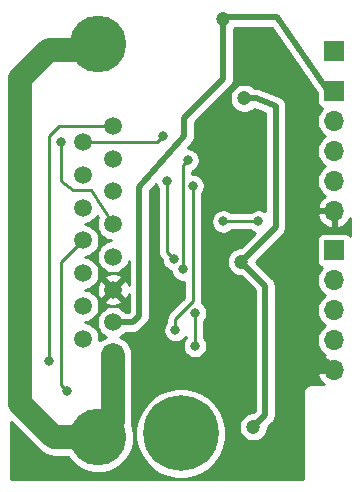
<source format=gbr>
G04 #@! TF.GenerationSoftware,KiCad,Pcbnew,(5.1.5-0-10_14)*
G04 #@! TF.CreationDate,2020-04-14T14:00:02+01:00*
G04 #@! TF.ProjectId,RS422,52533432-322e-46b6-9963-61645f706362,rev?*
G04 #@! TF.SameCoordinates,Original*
G04 #@! TF.FileFunction,Copper,L2,Bot*
G04 #@! TF.FilePolarity,Positive*
%FSLAX46Y46*%
G04 Gerber Fmt 4.6, Leading zero omitted, Abs format (unit mm)*
G04 Created by KiCad (PCBNEW (5.1.5-0-10_14)) date 2020-04-14 14:00:02*
%MOMM*%
%LPD*%
G04 APERTURE LIST*
%ADD10C,6.400000*%
%ADD11R,1.700000X1.700000*%
%ADD12R,1.500000X1.500000*%
%ADD13C,1.500000*%
%ADD14C,4.800000*%
%ADD15O,1.700000X1.700000*%
%ADD16C,1.200000*%
%ADD17C,0.800000*%
%ADD18C,1.000000*%
%ADD19C,0.500000*%
%ADD20C,2.000000*%
%ADD21C,0.250000*%
%ADD22C,0.254000*%
G04 APERTURE END LIST*
D10*
X121620000Y-97580000D03*
D11*
X134620000Y-65240000D03*
D12*
X115890000Y-90935000D03*
D13*
X115890000Y-88165000D03*
X115890000Y-85395000D03*
X115890000Y-82625000D03*
X115890000Y-79855000D03*
X115890000Y-77085000D03*
X115890000Y-74315000D03*
X115890000Y-71545000D03*
X113350000Y-89550000D03*
X113350000Y-86780000D03*
X113350000Y-84010000D03*
X113350000Y-81240000D03*
X113350000Y-78470000D03*
X113350000Y-75700000D03*
X113350000Y-72930000D03*
D14*
X114620000Y-64580000D03*
X114620000Y-97900000D03*
D15*
X134620000Y-78740000D03*
X134620000Y-76200000D03*
X134620000Y-73660000D03*
X134620000Y-71120000D03*
D11*
X134620000Y-68580000D03*
D15*
X134620000Y-92240000D03*
X134620000Y-89700000D03*
X134620000Y-87160000D03*
X134620000Y-84620000D03*
D11*
X134620000Y-82080000D03*
D16*
X132080000Y-88900000D03*
X132080000Y-81280000D03*
X121158000Y-92456000D03*
X120638971Y-86217329D03*
X128270000Y-65024000D03*
X132081010Y-74040000D03*
X125222000Y-62484000D03*
D17*
X121031000Y-82804000D03*
X120484745Y-76171747D03*
X111506000Y-72898000D03*
X110490000Y-91440000D03*
X121168642Y-88840589D03*
X122627938Y-76610412D03*
X122809000Y-90170000D03*
X122809000Y-87376000D03*
X112014000Y-93980000D03*
X125222000Y-79629000D03*
X128191692Y-79629000D03*
X121793000Y-83693000D03*
X120142000Y-72390000D03*
X122204246Y-74452246D03*
D16*
X127762000Y-97028000D03*
X126762000Y-83042000D03*
X127000000Y-69215000D03*
D18*
X132080000Y-81280000D02*
X132080000Y-88900000D01*
X132080000Y-90570000D02*
X134620000Y-92240000D01*
X132080000Y-88900000D02*
X132080000Y-90570000D01*
D19*
X121158000Y-92456000D02*
X119868640Y-91166640D01*
X119868640Y-86987660D02*
X120638971Y-86217329D01*
X119868640Y-91166640D02*
X119868640Y-86987660D01*
D18*
X128270000Y-65024000D02*
X132081010Y-68835010D01*
X132081010Y-68835010D02*
X132081010Y-74040000D01*
X132080000Y-81280000D02*
X132080000Y-74041010D01*
X132080000Y-74041010D02*
X132081010Y-74040000D01*
D19*
X117575000Y-88165000D02*
X118110000Y-87630000D01*
X121920000Y-72390000D02*
X121920000Y-70866000D01*
X118110000Y-76708000D02*
X121920000Y-72390000D01*
X118110000Y-87630000D02*
X118110000Y-76708000D01*
X115890000Y-88165000D02*
X117575000Y-88165000D01*
X125222000Y-67564000D02*
X121920000Y-70866000D01*
X125222000Y-62357000D02*
X125222000Y-67564000D01*
X129794000Y-62357000D02*
X125222000Y-62357000D01*
X134112000Y-68580000D02*
X129794000Y-62357000D01*
X134620000Y-68580000D02*
X134112000Y-68580000D01*
D20*
X108045010Y-95091010D02*
X110854000Y-97900000D01*
X108045010Y-67468990D02*
X108045010Y-95091010D01*
X110854000Y-97900000D02*
X114620000Y-97900000D01*
X110429000Y-65085000D02*
X108045010Y-67468990D01*
X114935000Y-65085000D02*
X110429000Y-65085000D01*
X115890000Y-96630000D02*
X114620000Y-97900000D01*
X115890000Y-90935000D02*
X115890000Y-96630000D01*
D21*
X121031000Y-82804000D02*
X120484745Y-82257745D01*
X120484745Y-76737432D02*
X120484745Y-76171747D01*
X120484745Y-82257745D02*
X120484745Y-76737432D01*
X111506000Y-76200000D02*
X111506000Y-72898000D01*
X112522000Y-76962000D02*
X111506000Y-76200000D01*
X114046000Y-76962000D02*
X112522000Y-76962000D01*
X114057660Y-76962000D02*
X112522000Y-76962000D01*
X114046000Y-76962000D02*
X114057660Y-76962000D01*
X115890000Y-79855000D02*
X114046000Y-76962000D01*
X110490000Y-72390000D02*
X111335000Y-71545000D01*
X111335000Y-71545000D02*
X115890000Y-71545000D01*
X110490000Y-91440000D02*
X110490000Y-72390000D01*
X122627938Y-77176097D02*
X122627938Y-76610412D01*
X122627938Y-86393649D02*
X122627938Y-77176097D01*
X121168642Y-88840589D02*
X121168642Y-87852945D01*
X121168642Y-87852945D02*
X122627938Y-86393649D01*
X122809000Y-90170000D02*
X122809000Y-87376000D01*
X113350000Y-81240000D02*
X111506000Y-83084000D01*
X111506000Y-83084000D02*
X111506000Y-93472000D01*
X111506000Y-93472000D02*
X112014000Y-93980000D01*
X125222000Y-79629000D02*
X128191692Y-79629000D01*
X119602000Y-72930000D02*
X120142000Y-72390000D01*
X113350000Y-72930000D02*
X119602000Y-72930000D01*
X121793000Y-74863492D02*
X121804247Y-74852245D01*
X121793000Y-83693000D02*
X121793000Y-74863492D01*
X121804247Y-74852245D02*
X122204246Y-74452246D01*
D19*
X128761999Y-96028001D02*
X128761999Y-85073999D01*
X127762000Y-97028000D02*
X128761999Y-96028001D01*
X128761999Y-85073999D02*
X126762000Y-83074000D01*
D21*
X126762000Y-83074000D02*
X126762000Y-83042000D01*
D19*
X129667000Y-69850000D02*
X128020000Y-69215000D01*
X129667000Y-80137000D02*
X129667000Y-69850000D01*
X126762000Y-83042000D02*
X129667000Y-80137000D01*
X128020000Y-69215000D02*
X127000000Y-69215000D01*
D22*
G36*
X133131928Y-68719954D02*
G01*
X133131928Y-69430000D01*
X133144188Y-69554482D01*
X133180498Y-69674180D01*
X133239463Y-69784494D01*
X133318815Y-69881185D01*
X133415506Y-69960537D01*
X133525820Y-70019502D01*
X133598380Y-70041513D01*
X133466525Y-70173368D01*
X133304010Y-70416589D01*
X133192068Y-70686842D01*
X133135000Y-70973740D01*
X133135000Y-71266260D01*
X133192068Y-71553158D01*
X133304010Y-71823411D01*
X133466525Y-72066632D01*
X133673368Y-72273475D01*
X133847760Y-72390000D01*
X133673368Y-72506525D01*
X133466525Y-72713368D01*
X133304010Y-72956589D01*
X133192068Y-73226842D01*
X133135000Y-73513740D01*
X133135000Y-73806260D01*
X133192068Y-74093158D01*
X133304010Y-74363411D01*
X133466525Y-74606632D01*
X133673368Y-74813475D01*
X133847760Y-74930000D01*
X133673368Y-75046525D01*
X133466525Y-75253368D01*
X133304010Y-75496589D01*
X133192068Y-75766842D01*
X133135000Y-76053740D01*
X133135000Y-76346260D01*
X133192068Y-76633158D01*
X133304010Y-76903411D01*
X133466525Y-77146632D01*
X133673368Y-77353475D01*
X133855534Y-77475195D01*
X133738645Y-77544822D01*
X133522412Y-77739731D01*
X133348359Y-77973080D01*
X133223175Y-78235901D01*
X133178524Y-78383110D01*
X133299845Y-78613000D01*
X134493000Y-78613000D01*
X134493000Y-78593000D01*
X134747000Y-78593000D01*
X134747000Y-78613000D01*
X134767000Y-78613000D01*
X134767000Y-78867000D01*
X134747000Y-78867000D01*
X134747000Y-80060814D01*
X134976891Y-80181481D01*
X135251252Y-80084157D01*
X135501355Y-79935178D01*
X135717588Y-79740269D01*
X135891641Y-79506920D01*
X135960000Y-79363401D01*
X135960000Y-80826112D01*
X135921185Y-80778815D01*
X135824494Y-80699463D01*
X135714180Y-80640498D01*
X135594482Y-80604188D01*
X135470000Y-80591928D01*
X133770000Y-80591928D01*
X133645518Y-80604188D01*
X133525820Y-80640498D01*
X133415506Y-80699463D01*
X133318815Y-80778815D01*
X133239463Y-80875506D01*
X133180498Y-80985820D01*
X133144188Y-81105518D01*
X133131928Y-81230000D01*
X133131928Y-82930000D01*
X133144188Y-83054482D01*
X133180498Y-83174180D01*
X133239463Y-83284494D01*
X133318815Y-83381185D01*
X133415506Y-83460537D01*
X133525820Y-83519502D01*
X133598380Y-83541513D01*
X133466525Y-83673368D01*
X133304010Y-83916589D01*
X133192068Y-84186842D01*
X133135000Y-84473740D01*
X133135000Y-84766260D01*
X133192068Y-85053158D01*
X133304010Y-85323411D01*
X133466525Y-85566632D01*
X133673368Y-85773475D01*
X133847760Y-85890000D01*
X133673368Y-86006525D01*
X133466525Y-86213368D01*
X133304010Y-86456589D01*
X133192068Y-86726842D01*
X133135000Y-87013740D01*
X133135000Y-87306260D01*
X133192068Y-87593158D01*
X133304010Y-87863411D01*
X133466525Y-88106632D01*
X133673368Y-88313475D01*
X133847760Y-88430000D01*
X133673368Y-88546525D01*
X133466525Y-88753368D01*
X133304010Y-88996589D01*
X133192068Y-89266842D01*
X133135000Y-89553740D01*
X133135000Y-89846260D01*
X133192068Y-90133158D01*
X133304010Y-90403411D01*
X133466525Y-90646632D01*
X133673368Y-90853475D01*
X133855534Y-90975195D01*
X133738645Y-91044822D01*
X133522412Y-91239731D01*
X133348359Y-91473080D01*
X133223175Y-91735901D01*
X133178524Y-91883110D01*
X133299845Y-92113000D01*
X134493000Y-92113000D01*
X134493000Y-92093000D01*
X134747000Y-92093000D01*
X134747000Y-92113000D01*
X134767000Y-92113000D01*
X134767000Y-92367000D01*
X134747000Y-92367000D01*
X134747000Y-92387000D01*
X134493000Y-92387000D01*
X134493000Y-92367000D01*
X133299845Y-92367000D01*
X133178524Y-92596890D01*
X133223175Y-92744099D01*
X133348359Y-93006920D01*
X133522412Y-93240269D01*
X133721806Y-93420000D01*
X132652419Y-93420000D01*
X132620000Y-93416807D01*
X132587581Y-93420000D01*
X132490617Y-93429550D01*
X132366207Y-93467290D01*
X132251550Y-93528575D01*
X132151052Y-93611052D01*
X132068575Y-93711550D01*
X132007290Y-93826207D01*
X131969550Y-93950617D01*
X131956807Y-94080000D01*
X131960000Y-94112418D01*
X131960001Y-101420000D01*
X107280000Y-101420000D01*
X107280000Y-96638238D01*
X109641080Y-98999319D01*
X109692286Y-99061714D01*
X109941248Y-99266031D01*
X110075167Y-99337612D01*
X110225285Y-99417852D01*
X110533483Y-99511343D01*
X110854000Y-99542911D01*
X110934322Y-99535000D01*
X112062309Y-99535000D01*
X112262562Y-99834700D01*
X112685300Y-100257438D01*
X113182388Y-100589582D01*
X113734723Y-100818367D01*
X114321079Y-100935000D01*
X114918921Y-100935000D01*
X115505277Y-100818367D01*
X116057612Y-100589582D01*
X116554700Y-100257438D01*
X116977438Y-99834700D01*
X117309582Y-99337612D01*
X117538367Y-98785277D01*
X117655000Y-98198921D01*
X117655000Y-97601079D01*
X117575676Y-97202285D01*
X117785000Y-97202285D01*
X117785000Y-97957715D01*
X117932377Y-98698628D01*
X118221467Y-99396554D01*
X118641161Y-100024670D01*
X119175330Y-100558839D01*
X119803446Y-100978533D01*
X120501372Y-101267623D01*
X121242285Y-101415000D01*
X121997715Y-101415000D01*
X122738628Y-101267623D01*
X123436554Y-100978533D01*
X124064670Y-100558839D01*
X124598839Y-100024670D01*
X125018533Y-99396554D01*
X125307623Y-98698628D01*
X125455000Y-97957715D01*
X125455000Y-97202285D01*
X125307623Y-96461372D01*
X125018533Y-95763446D01*
X124598839Y-95135330D01*
X124064670Y-94601161D01*
X123436554Y-94181467D01*
X122738628Y-93892377D01*
X121997715Y-93745000D01*
X121242285Y-93745000D01*
X120501372Y-93892377D01*
X119803446Y-94181467D01*
X119175330Y-94601161D01*
X118641161Y-95135330D01*
X118221467Y-95763446D01*
X117932377Y-96461372D01*
X117785000Y-97202285D01*
X117575676Y-97202285D01*
X117538367Y-97014723D01*
X117503346Y-96930176D01*
X117525000Y-96710322D01*
X117525000Y-96710320D01*
X117532911Y-96630001D01*
X117525000Y-96549681D01*
X117525000Y-90854678D01*
X117501343Y-90614484D01*
X117407852Y-90306285D01*
X117256031Y-90022248D01*
X117253131Y-90018714D01*
X117229502Y-89940820D01*
X117170537Y-89830506D01*
X117091185Y-89733815D01*
X116994494Y-89654463D01*
X116884180Y-89595498D01*
X116806284Y-89571869D01*
X116802751Y-89568969D01*
X116518714Y-89417148D01*
X116499960Y-89411459D01*
X116546043Y-89392371D01*
X116772886Y-89240799D01*
X116963685Y-89050000D01*
X117531531Y-89050000D01*
X117575000Y-89054281D01*
X117618469Y-89050000D01*
X117618477Y-89050000D01*
X117748490Y-89037195D01*
X117915313Y-88986589D01*
X118069059Y-88904411D01*
X118203817Y-88793817D01*
X118231534Y-88760044D01*
X118705045Y-88286533D01*
X118738817Y-88258817D01*
X118849411Y-88124059D01*
X118931589Y-87970313D01*
X118982195Y-87803490D01*
X118995000Y-87673477D01*
X118995000Y-87673467D01*
X118999281Y-87630001D01*
X118995000Y-87586535D01*
X118995000Y-77042622D01*
X119491921Y-76479444D01*
X119567540Y-76662003D01*
X119680808Y-76831521D01*
X119724746Y-76875459D01*
X119724745Y-82220422D01*
X119721069Y-82257745D01*
X119724745Y-82295067D01*
X119724745Y-82295077D01*
X119735742Y-82406730D01*
X119767600Y-82511753D01*
X119779199Y-82549991D01*
X119849771Y-82682021D01*
X119865911Y-82701687D01*
X119944744Y-82797746D01*
X119973747Y-82821548D01*
X119996000Y-82843801D01*
X119996000Y-82905939D01*
X120035774Y-83105898D01*
X120113795Y-83294256D01*
X120227063Y-83463774D01*
X120371226Y-83607937D01*
X120540744Y-83721205D01*
X120729102Y-83799226D01*
X120760078Y-83805388D01*
X120797774Y-83994898D01*
X120875795Y-84183256D01*
X120989063Y-84352774D01*
X121133226Y-84496937D01*
X121302744Y-84610205D01*
X121491102Y-84688226D01*
X121691061Y-84728000D01*
X121867938Y-84728000D01*
X121867938Y-86078847D01*
X120657640Y-87289146D01*
X120628642Y-87312944D01*
X120604844Y-87341942D01*
X120604843Y-87341943D01*
X120533668Y-87428669D01*
X120463096Y-87560699D01*
X120432822Y-87660503D01*
X120427546Y-87677898D01*
X120419640Y-87703960D01*
X120404966Y-87852945D01*
X120408643Y-87890277D01*
X120408643Y-88136877D01*
X120364705Y-88180815D01*
X120251437Y-88350333D01*
X120173416Y-88538691D01*
X120133642Y-88738650D01*
X120133642Y-88942528D01*
X120173416Y-89142487D01*
X120251437Y-89330845D01*
X120364705Y-89500363D01*
X120508868Y-89644526D01*
X120678386Y-89757794D01*
X120866744Y-89835815D01*
X121066703Y-89875589D01*
X121270581Y-89875589D01*
X121470540Y-89835815D01*
X121658898Y-89757794D01*
X121828416Y-89644526D01*
X121972579Y-89500363D01*
X122049000Y-89385990D01*
X122049000Y-89466289D01*
X122005063Y-89510226D01*
X121891795Y-89679744D01*
X121813774Y-89868102D01*
X121774000Y-90068061D01*
X121774000Y-90271939D01*
X121813774Y-90471898D01*
X121891795Y-90660256D01*
X122005063Y-90829774D01*
X122149226Y-90973937D01*
X122318744Y-91087205D01*
X122507102Y-91165226D01*
X122707061Y-91205000D01*
X122910939Y-91205000D01*
X123110898Y-91165226D01*
X123299256Y-91087205D01*
X123468774Y-90973937D01*
X123612937Y-90829774D01*
X123726205Y-90660256D01*
X123804226Y-90471898D01*
X123844000Y-90271939D01*
X123844000Y-90068061D01*
X123804226Y-89868102D01*
X123726205Y-89679744D01*
X123612937Y-89510226D01*
X123569000Y-89466289D01*
X123569000Y-88079711D01*
X123612937Y-88035774D01*
X123726205Y-87866256D01*
X123804226Y-87677898D01*
X123844000Y-87477939D01*
X123844000Y-87274061D01*
X123804226Y-87074102D01*
X123726205Y-86885744D01*
X123612937Y-86716226D01*
X123468774Y-86572063D01*
X123379892Y-86512674D01*
X123387938Y-86430982D01*
X123387938Y-86430973D01*
X123391614Y-86393650D01*
X123387938Y-86356327D01*
X123387938Y-79527061D01*
X124187000Y-79527061D01*
X124187000Y-79730939D01*
X124226774Y-79930898D01*
X124304795Y-80119256D01*
X124418063Y-80288774D01*
X124562226Y-80432937D01*
X124731744Y-80546205D01*
X124920102Y-80624226D01*
X125120061Y-80664000D01*
X125323939Y-80664000D01*
X125523898Y-80624226D01*
X125712256Y-80546205D01*
X125881774Y-80432937D01*
X125925711Y-80389000D01*
X127487981Y-80389000D01*
X127531918Y-80432937D01*
X127701436Y-80546205D01*
X127889794Y-80624226D01*
X127921824Y-80630597D01*
X126745422Y-81807000D01*
X126640363Y-81807000D01*
X126401764Y-81854460D01*
X126177008Y-81947557D01*
X125974733Y-82082713D01*
X125802713Y-82254733D01*
X125667557Y-82457008D01*
X125574460Y-82681764D01*
X125527000Y-82920363D01*
X125527000Y-83163637D01*
X125574460Y-83402236D01*
X125667557Y-83626992D01*
X125802713Y-83829267D01*
X125974733Y-84001287D01*
X126177008Y-84136443D01*
X126401764Y-84229540D01*
X126640363Y-84277000D01*
X126713422Y-84277000D01*
X127877000Y-85440579D01*
X127876999Y-95661422D01*
X127745421Y-95793000D01*
X127640363Y-95793000D01*
X127401764Y-95840460D01*
X127177008Y-95933557D01*
X126974733Y-96068713D01*
X126802713Y-96240733D01*
X126667557Y-96443008D01*
X126574460Y-96667764D01*
X126527000Y-96906363D01*
X126527000Y-97149637D01*
X126574460Y-97388236D01*
X126667557Y-97612992D01*
X126802713Y-97815267D01*
X126974733Y-97987287D01*
X127177008Y-98122443D01*
X127401764Y-98215540D01*
X127640363Y-98263000D01*
X127883637Y-98263000D01*
X128122236Y-98215540D01*
X128346992Y-98122443D01*
X128549267Y-97987287D01*
X128721287Y-97815267D01*
X128856443Y-97612992D01*
X128949540Y-97388236D01*
X128997000Y-97149637D01*
X128997000Y-97044579D01*
X129357049Y-96684530D01*
X129390816Y-96656818D01*
X129501410Y-96522060D01*
X129583588Y-96368314D01*
X129634194Y-96201491D01*
X129646999Y-96071478D01*
X129646999Y-96071468D01*
X129651280Y-96028002D01*
X129646999Y-95984536D01*
X129646999Y-85117468D01*
X129651280Y-85073999D01*
X129646999Y-85030530D01*
X129646999Y-85030522D01*
X129634194Y-84900509D01*
X129583588Y-84733686D01*
X129501410Y-84579940D01*
X129390816Y-84445182D01*
X129357048Y-84417469D01*
X127997578Y-83058000D01*
X130262050Y-80793529D01*
X130295817Y-80765817D01*
X130406411Y-80631059D01*
X130488589Y-80477313D01*
X130539195Y-80310490D01*
X130552000Y-80180477D01*
X130552000Y-80180467D01*
X130556281Y-80137001D01*
X130552000Y-80093535D01*
X130552000Y-79096890D01*
X133178524Y-79096890D01*
X133223175Y-79244099D01*
X133348359Y-79506920D01*
X133522412Y-79740269D01*
X133738645Y-79935178D01*
X133988748Y-80084157D01*
X134263109Y-80181481D01*
X134493000Y-80060814D01*
X134493000Y-78867000D01*
X133299845Y-78867000D01*
X133178524Y-79096890D01*
X130552000Y-79096890D01*
X130552000Y-69882514D01*
X130556010Y-69828026D01*
X130546667Y-69752380D01*
X130539195Y-69676510D01*
X130535994Y-69665958D01*
X130534642Y-69655011D01*
X130510714Y-69582622D01*
X130488589Y-69509687D01*
X130483391Y-69499961D01*
X130479929Y-69489489D01*
X130442342Y-69423163D01*
X130406411Y-69355941D01*
X130399416Y-69347417D01*
X130393978Y-69337822D01*
X130344180Y-69280113D01*
X130295817Y-69221183D01*
X130287289Y-69214184D01*
X130280087Y-69205838D01*
X130220009Y-69158968D01*
X130161059Y-69110589D01*
X130151330Y-69105389D01*
X130142637Y-69098607D01*
X130074546Y-69064347D01*
X130007313Y-69028411D01*
X129955021Y-69012548D01*
X128389170Y-68408835D01*
X128360313Y-68393411D01*
X128308019Y-68377548D01*
X128297801Y-68373608D01*
X128266452Y-68364938D01*
X128193490Y-68342805D01*
X128182512Y-68341724D01*
X128171886Y-68338785D01*
X128095899Y-68333193D01*
X128063477Y-68330000D01*
X128052506Y-68330000D01*
X127998027Y-68325991D01*
X127965566Y-68330000D01*
X127861554Y-68330000D01*
X127787267Y-68255713D01*
X127584992Y-68120557D01*
X127360236Y-68027460D01*
X127121637Y-67980000D01*
X126878363Y-67980000D01*
X126639764Y-68027460D01*
X126415008Y-68120557D01*
X126212733Y-68255713D01*
X126040713Y-68427733D01*
X125905557Y-68630008D01*
X125812460Y-68854764D01*
X125765000Y-69093363D01*
X125765000Y-69336637D01*
X125812460Y-69575236D01*
X125905557Y-69799992D01*
X126040713Y-70002267D01*
X126212733Y-70174287D01*
X126415008Y-70309443D01*
X126639764Y-70402540D01*
X126878363Y-70450000D01*
X127121637Y-70450000D01*
X127360236Y-70402540D01*
X127584992Y-70309443D01*
X127787267Y-70174287D01*
X127859815Y-70101739D01*
X128782001Y-70457287D01*
X128782000Y-78778648D01*
X128681948Y-78711795D01*
X128493590Y-78633774D01*
X128293631Y-78594000D01*
X128089753Y-78594000D01*
X127889794Y-78633774D01*
X127701436Y-78711795D01*
X127531918Y-78825063D01*
X127487981Y-78869000D01*
X125925711Y-78869000D01*
X125881774Y-78825063D01*
X125712256Y-78711795D01*
X125523898Y-78633774D01*
X125323939Y-78594000D01*
X125120061Y-78594000D01*
X124920102Y-78633774D01*
X124731744Y-78711795D01*
X124562226Y-78825063D01*
X124418063Y-78969226D01*
X124304795Y-79138744D01*
X124226774Y-79327102D01*
X124187000Y-79527061D01*
X123387938Y-79527061D01*
X123387938Y-77314123D01*
X123431875Y-77270186D01*
X123545143Y-77100668D01*
X123623164Y-76912310D01*
X123662938Y-76712351D01*
X123662938Y-76508473D01*
X123623164Y-76308514D01*
X123545143Y-76120156D01*
X123431875Y-75950638D01*
X123287712Y-75806475D01*
X123118194Y-75693207D01*
X122929836Y-75615186D01*
X122729877Y-75575412D01*
X122553000Y-75575412D01*
X122553000Y-75428063D01*
X122694502Y-75369451D01*
X122864020Y-75256183D01*
X123008183Y-75112020D01*
X123121451Y-74942502D01*
X123199472Y-74754144D01*
X123239246Y-74554185D01*
X123239246Y-74350307D01*
X123199472Y-74150348D01*
X123121451Y-73961990D01*
X123008183Y-73792472D01*
X122864020Y-73648309D01*
X122694502Y-73535041D01*
X122506144Y-73457020D01*
X122306185Y-73417246D01*
X122193861Y-73417246D01*
X122536490Y-73028934D01*
X122548817Y-73018817D01*
X122594075Y-72963671D01*
X122612371Y-72942935D01*
X122621640Y-72930083D01*
X122659411Y-72884059D01*
X122672522Y-72859530D01*
X122688789Y-72836974D01*
X122713523Y-72782822D01*
X122741589Y-72730313D01*
X122749664Y-72703695D01*
X122761216Y-72678402D01*
X122774908Y-72620476D01*
X122792195Y-72563490D01*
X122794921Y-72535809D01*
X122801318Y-72508747D01*
X122803446Y-72449259D01*
X122805000Y-72433477D01*
X122805000Y-72405799D01*
X122807549Y-72334529D01*
X122805000Y-72318793D01*
X122805000Y-71232578D01*
X125817049Y-68220530D01*
X125850817Y-68192817D01*
X125961411Y-68058059D01*
X126043589Y-67904313D01*
X126094195Y-67737490D01*
X126107000Y-67607477D01*
X126107000Y-67607467D01*
X126111281Y-67564001D01*
X126107000Y-67520535D01*
X126107000Y-63345554D01*
X126181287Y-63271267D01*
X126200843Y-63242000D01*
X129330901Y-63242000D01*
X133131928Y-68719954D01*
G37*
X133131928Y-68719954D02*
X133131928Y-69430000D01*
X133144188Y-69554482D01*
X133180498Y-69674180D01*
X133239463Y-69784494D01*
X133318815Y-69881185D01*
X133415506Y-69960537D01*
X133525820Y-70019502D01*
X133598380Y-70041513D01*
X133466525Y-70173368D01*
X133304010Y-70416589D01*
X133192068Y-70686842D01*
X133135000Y-70973740D01*
X133135000Y-71266260D01*
X133192068Y-71553158D01*
X133304010Y-71823411D01*
X133466525Y-72066632D01*
X133673368Y-72273475D01*
X133847760Y-72390000D01*
X133673368Y-72506525D01*
X133466525Y-72713368D01*
X133304010Y-72956589D01*
X133192068Y-73226842D01*
X133135000Y-73513740D01*
X133135000Y-73806260D01*
X133192068Y-74093158D01*
X133304010Y-74363411D01*
X133466525Y-74606632D01*
X133673368Y-74813475D01*
X133847760Y-74930000D01*
X133673368Y-75046525D01*
X133466525Y-75253368D01*
X133304010Y-75496589D01*
X133192068Y-75766842D01*
X133135000Y-76053740D01*
X133135000Y-76346260D01*
X133192068Y-76633158D01*
X133304010Y-76903411D01*
X133466525Y-77146632D01*
X133673368Y-77353475D01*
X133855534Y-77475195D01*
X133738645Y-77544822D01*
X133522412Y-77739731D01*
X133348359Y-77973080D01*
X133223175Y-78235901D01*
X133178524Y-78383110D01*
X133299845Y-78613000D01*
X134493000Y-78613000D01*
X134493000Y-78593000D01*
X134747000Y-78593000D01*
X134747000Y-78613000D01*
X134767000Y-78613000D01*
X134767000Y-78867000D01*
X134747000Y-78867000D01*
X134747000Y-80060814D01*
X134976891Y-80181481D01*
X135251252Y-80084157D01*
X135501355Y-79935178D01*
X135717588Y-79740269D01*
X135891641Y-79506920D01*
X135960000Y-79363401D01*
X135960000Y-80826112D01*
X135921185Y-80778815D01*
X135824494Y-80699463D01*
X135714180Y-80640498D01*
X135594482Y-80604188D01*
X135470000Y-80591928D01*
X133770000Y-80591928D01*
X133645518Y-80604188D01*
X133525820Y-80640498D01*
X133415506Y-80699463D01*
X133318815Y-80778815D01*
X133239463Y-80875506D01*
X133180498Y-80985820D01*
X133144188Y-81105518D01*
X133131928Y-81230000D01*
X133131928Y-82930000D01*
X133144188Y-83054482D01*
X133180498Y-83174180D01*
X133239463Y-83284494D01*
X133318815Y-83381185D01*
X133415506Y-83460537D01*
X133525820Y-83519502D01*
X133598380Y-83541513D01*
X133466525Y-83673368D01*
X133304010Y-83916589D01*
X133192068Y-84186842D01*
X133135000Y-84473740D01*
X133135000Y-84766260D01*
X133192068Y-85053158D01*
X133304010Y-85323411D01*
X133466525Y-85566632D01*
X133673368Y-85773475D01*
X133847760Y-85890000D01*
X133673368Y-86006525D01*
X133466525Y-86213368D01*
X133304010Y-86456589D01*
X133192068Y-86726842D01*
X133135000Y-87013740D01*
X133135000Y-87306260D01*
X133192068Y-87593158D01*
X133304010Y-87863411D01*
X133466525Y-88106632D01*
X133673368Y-88313475D01*
X133847760Y-88430000D01*
X133673368Y-88546525D01*
X133466525Y-88753368D01*
X133304010Y-88996589D01*
X133192068Y-89266842D01*
X133135000Y-89553740D01*
X133135000Y-89846260D01*
X133192068Y-90133158D01*
X133304010Y-90403411D01*
X133466525Y-90646632D01*
X133673368Y-90853475D01*
X133855534Y-90975195D01*
X133738645Y-91044822D01*
X133522412Y-91239731D01*
X133348359Y-91473080D01*
X133223175Y-91735901D01*
X133178524Y-91883110D01*
X133299845Y-92113000D01*
X134493000Y-92113000D01*
X134493000Y-92093000D01*
X134747000Y-92093000D01*
X134747000Y-92113000D01*
X134767000Y-92113000D01*
X134767000Y-92367000D01*
X134747000Y-92367000D01*
X134747000Y-92387000D01*
X134493000Y-92387000D01*
X134493000Y-92367000D01*
X133299845Y-92367000D01*
X133178524Y-92596890D01*
X133223175Y-92744099D01*
X133348359Y-93006920D01*
X133522412Y-93240269D01*
X133721806Y-93420000D01*
X132652419Y-93420000D01*
X132620000Y-93416807D01*
X132587581Y-93420000D01*
X132490617Y-93429550D01*
X132366207Y-93467290D01*
X132251550Y-93528575D01*
X132151052Y-93611052D01*
X132068575Y-93711550D01*
X132007290Y-93826207D01*
X131969550Y-93950617D01*
X131956807Y-94080000D01*
X131960000Y-94112418D01*
X131960001Y-101420000D01*
X107280000Y-101420000D01*
X107280000Y-96638238D01*
X109641080Y-98999319D01*
X109692286Y-99061714D01*
X109941248Y-99266031D01*
X110075167Y-99337612D01*
X110225285Y-99417852D01*
X110533483Y-99511343D01*
X110854000Y-99542911D01*
X110934322Y-99535000D01*
X112062309Y-99535000D01*
X112262562Y-99834700D01*
X112685300Y-100257438D01*
X113182388Y-100589582D01*
X113734723Y-100818367D01*
X114321079Y-100935000D01*
X114918921Y-100935000D01*
X115505277Y-100818367D01*
X116057612Y-100589582D01*
X116554700Y-100257438D01*
X116977438Y-99834700D01*
X117309582Y-99337612D01*
X117538367Y-98785277D01*
X117655000Y-98198921D01*
X117655000Y-97601079D01*
X117575676Y-97202285D01*
X117785000Y-97202285D01*
X117785000Y-97957715D01*
X117932377Y-98698628D01*
X118221467Y-99396554D01*
X118641161Y-100024670D01*
X119175330Y-100558839D01*
X119803446Y-100978533D01*
X120501372Y-101267623D01*
X121242285Y-101415000D01*
X121997715Y-101415000D01*
X122738628Y-101267623D01*
X123436554Y-100978533D01*
X124064670Y-100558839D01*
X124598839Y-100024670D01*
X125018533Y-99396554D01*
X125307623Y-98698628D01*
X125455000Y-97957715D01*
X125455000Y-97202285D01*
X125307623Y-96461372D01*
X125018533Y-95763446D01*
X124598839Y-95135330D01*
X124064670Y-94601161D01*
X123436554Y-94181467D01*
X122738628Y-93892377D01*
X121997715Y-93745000D01*
X121242285Y-93745000D01*
X120501372Y-93892377D01*
X119803446Y-94181467D01*
X119175330Y-94601161D01*
X118641161Y-95135330D01*
X118221467Y-95763446D01*
X117932377Y-96461372D01*
X117785000Y-97202285D01*
X117575676Y-97202285D01*
X117538367Y-97014723D01*
X117503346Y-96930176D01*
X117525000Y-96710322D01*
X117525000Y-96710320D01*
X117532911Y-96630001D01*
X117525000Y-96549681D01*
X117525000Y-90854678D01*
X117501343Y-90614484D01*
X117407852Y-90306285D01*
X117256031Y-90022248D01*
X117253131Y-90018714D01*
X117229502Y-89940820D01*
X117170537Y-89830506D01*
X117091185Y-89733815D01*
X116994494Y-89654463D01*
X116884180Y-89595498D01*
X116806284Y-89571869D01*
X116802751Y-89568969D01*
X116518714Y-89417148D01*
X116499960Y-89411459D01*
X116546043Y-89392371D01*
X116772886Y-89240799D01*
X116963685Y-89050000D01*
X117531531Y-89050000D01*
X117575000Y-89054281D01*
X117618469Y-89050000D01*
X117618477Y-89050000D01*
X117748490Y-89037195D01*
X117915313Y-88986589D01*
X118069059Y-88904411D01*
X118203817Y-88793817D01*
X118231534Y-88760044D01*
X118705045Y-88286533D01*
X118738817Y-88258817D01*
X118849411Y-88124059D01*
X118931589Y-87970313D01*
X118982195Y-87803490D01*
X118995000Y-87673477D01*
X118995000Y-87673467D01*
X118999281Y-87630001D01*
X118995000Y-87586535D01*
X118995000Y-77042622D01*
X119491921Y-76479444D01*
X119567540Y-76662003D01*
X119680808Y-76831521D01*
X119724746Y-76875459D01*
X119724745Y-82220422D01*
X119721069Y-82257745D01*
X119724745Y-82295067D01*
X119724745Y-82295077D01*
X119735742Y-82406730D01*
X119767600Y-82511753D01*
X119779199Y-82549991D01*
X119849771Y-82682021D01*
X119865911Y-82701687D01*
X119944744Y-82797746D01*
X119973747Y-82821548D01*
X119996000Y-82843801D01*
X119996000Y-82905939D01*
X120035774Y-83105898D01*
X120113795Y-83294256D01*
X120227063Y-83463774D01*
X120371226Y-83607937D01*
X120540744Y-83721205D01*
X120729102Y-83799226D01*
X120760078Y-83805388D01*
X120797774Y-83994898D01*
X120875795Y-84183256D01*
X120989063Y-84352774D01*
X121133226Y-84496937D01*
X121302744Y-84610205D01*
X121491102Y-84688226D01*
X121691061Y-84728000D01*
X121867938Y-84728000D01*
X121867938Y-86078847D01*
X120657640Y-87289146D01*
X120628642Y-87312944D01*
X120604844Y-87341942D01*
X120604843Y-87341943D01*
X120533668Y-87428669D01*
X120463096Y-87560699D01*
X120432822Y-87660503D01*
X120427546Y-87677898D01*
X120419640Y-87703960D01*
X120404966Y-87852945D01*
X120408643Y-87890277D01*
X120408643Y-88136877D01*
X120364705Y-88180815D01*
X120251437Y-88350333D01*
X120173416Y-88538691D01*
X120133642Y-88738650D01*
X120133642Y-88942528D01*
X120173416Y-89142487D01*
X120251437Y-89330845D01*
X120364705Y-89500363D01*
X120508868Y-89644526D01*
X120678386Y-89757794D01*
X120866744Y-89835815D01*
X121066703Y-89875589D01*
X121270581Y-89875589D01*
X121470540Y-89835815D01*
X121658898Y-89757794D01*
X121828416Y-89644526D01*
X121972579Y-89500363D01*
X122049000Y-89385990D01*
X122049000Y-89466289D01*
X122005063Y-89510226D01*
X121891795Y-89679744D01*
X121813774Y-89868102D01*
X121774000Y-90068061D01*
X121774000Y-90271939D01*
X121813774Y-90471898D01*
X121891795Y-90660256D01*
X122005063Y-90829774D01*
X122149226Y-90973937D01*
X122318744Y-91087205D01*
X122507102Y-91165226D01*
X122707061Y-91205000D01*
X122910939Y-91205000D01*
X123110898Y-91165226D01*
X123299256Y-91087205D01*
X123468774Y-90973937D01*
X123612937Y-90829774D01*
X123726205Y-90660256D01*
X123804226Y-90471898D01*
X123844000Y-90271939D01*
X123844000Y-90068061D01*
X123804226Y-89868102D01*
X123726205Y-89679744D01*
X123612937Y-89510226D01*
X123569000Y-89466289D01*
X123569000Y-88079711D01*
X123612937Y-88035774D01*
X123726205Y-87866256D01*
X123804226Y-87677898D01*
X123844000Y-87477939D01*
X123844000Y-87274061D01*
X123804226Y-87074102D01*
X123726205Y-86885744D01*
X123612937Y-86716226D01*
X123468774Y-86572063D01*
X123379892Y-86512674D01*
X123387938Y-86430982D01*
X123387938Y-86430973D01*
X123391614Y-86393650D01*
X123387938Y-86356327D01*
X123387938Y-79527061D01*
X124187000Y-79527061D01*
X124187000Y-79730939D01*
X124226774Y-79930898D01*
X124304795Y-80119256D01*
X124418063Y-80288774D01*
X124562226Y-80432937D01*
X124731744Y-80546205D01*
X124920102Y-80624226D01*
X125120061Y-80664000D01*
X125323939Y-80664000D01*
X125523898Y-80624226D01*
X125712256Y-80546205D01*
X125881774Y-80432937D01*
X125925711Y-80389000D01*
X127487981Y-80389000D01*
X127531918Y-80432937D01*
X127701436Y-80546205D01*
X127889794Y-80624226D01*
X127921824Y-80630597D01*
X126745422Y-81807000D01*
X126640363Y-81807000D01*
X126401764Y-81854460D01*
X126177008Y-81947557D01*
X125974733Y-82082713D01*
X125802713Y-82254733D01*
X125667557Y-82457008D01*
X125574460Y-82681764D01*
X125527000Y-82920363D01*
X125527000Y-83163637D01*
X125574460Y-83402236D01*
X125667557Y-83626992D01*
X125802713Y-83829267D01*
X125974733Y-84001287D01*
X126177008Y-84136443D01*
X126401764Y-84229540D01*
X126640363Y-84277000D01*
X126713422Y-84277000D01*
X127877000Y-85440579D01*
X127876999Y-95661422D01*
X127745421Y-95793000D01*
X127640363Y-95793000D01*
X127401764Y-95840460D01*
X127177008Y-95933557D01*
X126974733Y-96068713D01*
X126802713Y-96240733D01*
X126667557Y-96443008D01*
X126574460Y-96667764D01*
X126527000Y-96906363D01*
X126527000Y-97149637D01*
X126574460Y-97388236D01*
X126667557Y-97612992D01*
X126802713Y-97815267D01*
X126974733Y-97987287D01*
X127177008Y-98122443D01*
X127401764Y-98215540D01*
X127640363Y-98263000D01*
X127883637Y-98263000D01*
X128122236Y-98215540D01*
X128346992Y-98122443D01*
X128549267Y-97987287D01*
X128721287Y-97815267D01*
X128856443Y-97612992D01*
X128949540Y-97388236D01*
X128997000Y-97149637D01*
X128997000Y-97044579D01*
X129357049Y-96684530D01*
X129390816Y-96656818D01*
X129501410Y-96522060D01*
X129583588Y-96368314D01*
X129634194Y-96201491D01*
X129646999Y-96071478D01*
X129646999Y-96071468D01*
X129651280Y-96028002D01*
X129646999Y-95984536D01*
X129646999Y-85117468D01*
X129651280Y-85073999D01*
X129646999Y-85030530D01*
X129646999Y-85030522D01*
X129634194Y-84900509D01*
X129583588Y-84733686D01*
X129501410Y-84579940D01*
X129390816Y-84445182D01*
X129357048Y-84417469D01*
X127997578Y-83058000D01*
X130262050Y-80793529D01*
X130295817Y-80765817D01*
X130406411Y-80631059D01*
X130488589Y-80477313D01*
X130539195Y-80310490D01*
X130552000Y-80180477D01*
X130552000Y-80180467D01*
X130556281Y-80137001D01*
X130552000Y-80093535D01*
X130552000Y-79096890D01*
X133178524Y-79096890D01*
X133223175Y-79244099D01*
X133348359Y-79506920D01*
X133522412Y-79740269D01*
X133738645Y-79935178D01*
X133988748Y-80084157D01*
X134263109Y-80181481D01*
X134493000Y-80060814D01*
X134493000Y-78867000D01*
X133299845Y-78867000D01*
X133178524Y-79096890D01*
X130552000Y-79096890D01*
X130552000Y-69882514D01*
X130556010Y-69828026D01*
X130546667Y-69752380D01*
X130539195Y-69676510D01*
X130535994Y-69665958D01*
X130534642Y-69655011D01*
X130510714Y-69582622D01*
X130488589Y-69509687D01*
X130483391Y-69499961D01*
X130479929Y-69489489D01*
X130442342Y-69423163D01*
X130406411Y-69355941D01*
X130399416Y-69347417D01*
X130393978Y-69337822D01*
X130344180Y-69280113D01*
X130295817Y-69221183D01*
X130287289Y-69214184D01*
X130280087Y-69205838D01*
X130220009Y-69158968D01*
X130161059Y-69110589D01*
X130151330Y-69105389D01*
X130142637Y-69098607D01*
X130074546Y-69064347D01*
X130007313Y-69028411D01*
X129955021Y-69012548D01*
X128389170Y-68408835D01*
X128360313Y-68393411D01*
X128308019Y-68377548D01*
X128297801Y-68373608D01*
X128266452Y-68364938D01*
X128193490Y-68342805D01*
X128182512Y-68341724D01*
X128171886Y-68338785D01*
X128095899Y-68333193D01*
X128063477Y-68330000D01*
X128052506Y-68330000D01*
X127998027Y-68325991D01*
X127965566Y-68330000D01*
X127861554Y-68330000D01*
X127787267Y-68255713D01*
X127584992Y-68120557D01*
X127360236Y-68027460D01*
X127121637Y-67980000D01*
X126878363Y-67980000D01*
X126639764Y-68027460D01*
X126415008Y-68120557D01*
X126212733Y-68255713D01*
X126040713Y-68427733D01*
X125905557Y-68630008D01*
X125812460Y-68854764D01*
X125765000Y-69093363D01*
X125765000Y-69336637D01*
X125812460Y-69575236D01*
X125905557Y-69799992D01*
X126040713Y-70002267D01*
X126212733Y-70174287D01*
X126415008Y-70309443D01*
X126639764Y-70402540D01*
X126878363Y-70450000D01*
X127121637Y-70450000D01*
X127360236Y-70402540D01*
X127584992Y-70309443D01*
X127787267Y-70174287D01*
X127859815Y-70101739D01*
X128782001Y-70457287D01*
X128782000Y-78778648D01*
X128681948Y-78711795D01*
X128493590Y-78633774D01*
X128293631Y-78594000D01*
X128089753Y-78594000D01*
X127889794Y-78633774D01*
X127701436Y-78711795D01*
X127531918Y-78825063D01*
X127487981Y-78869000D01*
X125925711Y-78869000D01*
X125881774Y-78825063D01*
X125712256Y-78711795D01*
X125523898Y-78633774D01*
X125323939Y-78594000D01*
X125120061Y-78594000D01*
X124920102Y-78633774D01*
X124731744Y-78711795D01*
X124562226Y-78825063D01*
X124418063Y-78969226D01*
X124304795Y-79138744D01*
X124226774Y-79327102D01*
X124187000Y-79527061D01*
X123387938Y-79527061D01*
X123387938Y-77314123D01*
X123431875Y-77270186D01*
X123545143Y-77100668D01*
X123623164Y-76912310D01*
X123662938Y-76712351D01*
X123662938Y-76508473D01*
X123623164Y-76308514D01*
X123545143Y-76120156D01*
X123431875Y-75950638D01*
X123287712Y-75806475D01*
X123118194Y-75693207D01*
X122929836Y-75615186D01*
X122729877Y-75575412D01*
X122553000Y-75575412D01*
X122553000Y-75428063D01*
X122694502Y-75369451D01*
X122864020Y-75256183D01*
X123008183Y-75112020D01*
X123121451Y-74942502D01*
X123199472Y-74754144D01*
X123239246Y-74554185D01*
X123239246Y-74350307D01*
X123199472Y-74150348D01*
X123121451Y-73961990D01*
X123008183Y-73792472D01*
X122864020Y-73648309D01*
X122694502Y-73535041D01*
X122506144Y-73457020D01*
X122306185Y-73417246D01*
X122193861Y-73417246D01*
X122536490Y-73028934D01*
X122548817Y-73018817D01*
X122594075Y-72963671D01*
X122612371Y-72942935D01*
X122621640Y-72930083D01*
X122659411Y-72884059D01*
X122672522Y-72859530D01*
X122688789Y-72836974D01*
X122713523Y-72782822D01*
X122741589Y-72730313D01*
X122749664Y-72703695D01*
X122761216Y-72678402D01*
X122774908Y-72620476D01*
X122792195Y-72563490D01*
X122794921Y-72535809D01*
X122801318Y-72508747D01*
X122803446Y-72449259D01*
X122805000Y-72433477D01*
X122805000Y-72405799D01*
X122807549Y-72334529D01*
X122805000Y-72318793D01*
X122805000Y-71232578D01*
X125817049Y-68220530D01*
X125850817Y-68192817D01*
X125961411Y-68058059D01*
X126043589Y-67904313D01*
X126094195Y-67737490D01*
X126107000Y-67607477D01*
X126107000Y-67607467D01*
X126111281Y-67564001D01*
X126107000Y-67520535D01*
X126107000Y-63345554D01*
X126181287Y-63271267D01*
X126200843Y-63242000D01*
X129330901Y-63242000D01*
X133131928Y-68719954D01*
G36*
X114626372Y-79286489D02*
G01*
X114558225Y-79451011D01*
X114505000Y-79718589D01*
X114505000Y-79991411D01*
X114558225Y-80258989D01*
X114662629Y-80511043D01*
X114814201Y-80737886D01*
X115007114Y-80930799D01*
X115233957Y-81082371D01*
X115486011Y-81186775D01*
X115753589Y-81240000D01*
X115486011Y-81293225D01*
X115233957Y-81397629D01*
X115007114Y-81549201D01*
X114814201Y-81742114D01*
X114662629Y-81968957D01*
X114558225Y-82221011D01*
X114505000Y-82488589D01*
X114505000Y-82761411D01*
X114558225Y-83028989D01*
X114662629Y-83281043D01*
X114814201Y-83507886D01*
X115007114Y-83700799D01*
X115233957Y-83852371D01*
X115486011Y-83956775D01*
X115753589Y-84010000D01*
X115785730Y-84010000D01*
X115547762Y-84046035D01*
X115291168Y-84138723D01*
X115178137Y-84199140D01*
X115112612Y-84438007D01*
X115890000Y-85215395D01*
X116667388Y-84438007D01*
X116601863Y-84199140D01*
X116354884Y-84083240D01*
X116090040Y-84017750D01*
X115921904Y-84010000D01*
X116026411Y-84010000D01*
X116293989Y-83956775D01*
X116546043Y-83852371D01*
X116772886Y-83700799D01*
X116965799Y-83507886D01*
X117117371Y-83281043D01*
X117221775Y-83028989D01*
X117225000Y-83012774D01*
X117225000Y-85014102D01*
X117146277Y-84796168D01*
X117085860Y-84683137D01*
X116846993Y-84617612D01*
X116069605Y-85395000D01*
X116846993Y-86172388D01*
X117085860Y-86106863D01*
X117201760Y-85859884D01*
X117225000Y-85765900D01*
X117225000Y-87263422D01*
X117208422Y-87280000D01*
X116963685Y-87280000D01*
X116772886Y-87089201D01*
X116546043Y-86937629D01*
X116293989Y-86833225D01*
X116026411Y-86780000D01*
X115994270Y-86780000D01*
X116232238Y-86743965D01*
X116488832Y-86651277D01*
X116601863Y-86590860D01*
X116667388Y-86351993D01*
X115890000Y-85574605D01*
X115112612Y-86351993D01*
X115178137Y-86590860D01*
X115425116Y-86706760D01*
X115689960Y-86772250D01*
X115858096Y-86780000D01*
X115753589Y-86780000D01*
X115486011Y-86833225D01*
X115233957Y-86937629D01*
X115007114Y-87089201D01*
X114814201Y-87282114D01*
X114662629Y-87508957D01*
X114558225Y-87761011D01*
X114505000Y-88028589D01*
X114505000Y-88301411D01*
X114558225Y-88568989D01*
X114662629Y-88821043D01*
X114814201Y-89047886D01*
X115007114Y-89240799D01*
X115233957Y-89392371D01*
X115280039Y-89411459D01*
X115261285Y-89417148D01*
X114977248Y-89568969D01*
X114973714Y-89571869D01*
X114895820Y-89595498D01*
X114785506Y-89654463D01*
X114732741Y-89697766D01*
X114735000Y-89686411D01*
X114735000Y-89413589D01*
X114681775Y-89146011D01*
X114577371Y-88893957D01*
X114425799Y-88667114D01*
X114232886Y-88474201D01*
X114006043Y-88322629D01*
X113753989Y-88218225D01*
X113486411Y-88165000D01*
X113753989Y-88111775D01*
X114006043Y-88007371D01*
X114232886Y-87855799D01*
X114425799Y-87662886D01*
X114577371Y-87436043D01*
X114681775Y-87183989D01*
X114735000Y-86916411D01*
X114735000Y-86643589D01*
X114681775Y-86376011D01*
X114577371Y-86123957D01*
X114425799Y-85897114D01*
X114232886Y-85704201D01*
X114006043Y-85552629D01*
X113800504Y-85467492D01*
X114500188Y-85467492D01*
X114541035Y-85737238D01*
X114633723Y-85993832D01*
X114694140Y-86106863D01*
X114933007Y-86172388D01*
X115710395Y-85395000D01*
X114933007Y-84617612D01*
X114694140Y-84683137D01*
X114578240Y-84930116D01*
X114512750Y-85194960D01*
X114500188Y-85467492D01*
X113800504Y-85467492D01*
X113753989Y-85448225D01*
X113486411Y-85395000D01*
X113753989Y-85341775D01*
X114006043Y-85237371D01*
X114232886Y-85085799D01*
X114425799Y-84892886D01*
X114577371Y-84666043D01*
X114681775Y-84413989D01*
X114735000Y-84146411D01*
X114735000Y-83873589D01*
X114681775Y-83606011D01*
X114577371Y-83353957D01*
X114425799Y-83127114D01*
X114232886Y-82934201D01*
X114006043Y-82782629D01*
X113753989Y-82678225D01*
X113486411Y-82625000D01*
X113753989Y-82571775D01*
X114006043Y-82467371D01*
X114232886Y-82315799D01*
X114425799Y-82122886D01*
X114577371Y-81896043D01*
X114681775Y-81643989D01*
X114735000Y-81376411D01*
X114735000Y-81103589D01*
X114681775Y-80836011D01*
X114577371Y-80583957D01*
X114425799Y-80357114D01*
X114232886Y-80164201D01*
X114006043Y-80012629D01*
X113753989Y-79908225D01*
X113486411Y-79855000D01*
X113753989Y-79801775D01*
X114006043Y-79697371D01*
X114232886Y-79545799D01*
X114425799Y-79352886D01*
X114550110Y-79166842D01*
X114626372Y-79286489D01*
G37*
X114626372Y-79286489D02*
X114558225Y-79451011D01*
X114505000Y-79718589D01*
X114505000Y-79991411D01*
X114558225Y-80258989D01*
X114662629Y-80511043D01*
X114814201Y-80737886D01*
X115007114Y-80930799D01*
X115233957Y-81082371D01*
X115486011Y-81186775D01*
X115753589Y-81240000D01*
X115486011Y-81293225D01*
X115233957Y-81397629D01*
X115007114Y-81549201D01*
X114814201Y-81742114D01*
X114662629Y-81968957D01*
X114558225Y-82221011D01*
X114505000Y-82488589D01*
X114505000Y-82761411D01*
X114558225Y-83028989D01*
X114662629Y-83281043D01*
X114814201Y-83507886D01*
X115007114Y-83700799D01*
X115233957Y-83852371D01*
X115486011Y-83956775D01*
X115753589Y-84010000D01*
X115785730Y-84010000D01*
X115547762Y-84046035D01*
X115291168Y-84138723D01*
X115178137Y-84199140D01*
X115112612Y-84438007D01*
X115890000Y-85215395D01*
X116667388Y-84438007D01*
X116601863Y-84199140D01*
X116354884Y-84083240D01*
X116090040Y-84017750D01*
X115921904Y-84010000D01*
X116026411Y-84010000D01*
X116293989Y-83956775D01*
X116546043Y-83852371D01*
X116772886Y-83700799D01*
X116965799Y-83507886D01*
X117117371Y-83281043D01*
X117221775Y-83028989D01*
X117225000Y-83012774D01*
X117225000Y-85014102D01*
X117146277Y-84796168D01*
X117085860Y-84683137D01*
X116846993Y-84617612D01*
X116069605Y-85395000D01*
X116846993Y-86172388D01*
X117085860Y-86106863D01*
X117201760Y-85859884D01*
X117225000Y-85765900D01*
X117225000Y-87263422D01*
X117208422Y-87280000D01*
X116963685Y-87280000D01*
X116772886Y-87089201D01*
X116546043Y-86937629D01*
X116293989Y-86833225D01*
X116026411Y-86780000D01*
X115994270Y-86780000D01*
X116232238Y-86743965D01*
X116488832Y-86651277D01*
X116601863Y-86590860D01*
X116667388Y-86351993D01*
X115890000Y-85574605D01*
X115112612Y-86351993D01*
X115178137Y-86590860D01*
X115425116Y-86706760D01*
X115689960Y-86772250D01*
X115858096Y-86780000D01*
X115753589Y-86780000D01*
X115486011Y-86833225D01*
X115233957Y-86937629D01*
X115007114Y-87089201D01*
X114814201Y-87282114D01*
X114662629Y-87508957D01*
X114558225Y-87761011D01*
X114505000Y-88028589D01*
X114505000Y-88301411D01*
X114558225Y-88568989D01*
X114662629Y-88821043D01*
X114814201Y-89047886D01*
X115007114Y-89240799D01*
X115233957Y-89392371D01*
X115280039Y-89411459D01*
X115261285Y-89417148D01*
X114977248Y-89568969D01*
X114973714Y-89571869D01*
X114895820Y-89595498D01*
X114785506Y-89654463D01*
X114732741Y-89697766D01*
X114735000Y-89686411D01*
X114735000Y-89413589D01*
X114681775Y-89146011D01*
X114577371Y-88893957D01*
X114425799Y-88667114D01*
X114232886Y-88474201D01*
X114006043Y-88322629D01*
X113753989Y-88218225D01*
X113486411Y-88165000D01*
X113753989Y-88111775D01*
X114006043Y-88007371D01*
X114232886Y-87855799D01*
X114425799Y-87662886D01*
X114577371Y-87436043D01*
X114681775Y-87183989D01*
X114735000Y-86916411D01*
X114735000Y-86643589D01*
X114681775Y-86376011D01*
X114577371Y-86123957D01*
X114425799Y-85897114D01*
X114232886Y-85704201D01*
X114006043Y-85552629D01*
X113800504Y-85467492D01*
X114500188Y-85467492D01*
X114541035Y-85737238D01*
X114633723Y-85993832D01*
X114694140Y-86106863D01*
X114933007Y-86172388D01*
X115710395Y-85395000D01*
X114933007Y-84617612D01*
X114694140Y-84683137D01*
X114578240Y-84930116D01*
X114512750Y-85194960D01*
X114500188Y-85467492D01*
X113800504Y-85467492D01*
X113753989Y-85448225D01*
X113486411Y-85395000D01*
X113753989Y-85341775D01*
X114006043Y-85237371D01*
X114232886Y-85085799D01*
X114425799Y-84892886D01*
X114577371Y-84666043D01*
X114681775Y-84413989D01*
X114735000Y-84146411D01*
X114735000Y-83873589D01*
X114681775Y-83606011D01*
X114577371Y-83353957D01*
X114425799Y-83127114D01*
X114232886Y-82934201D01*
X114006043Y-82782629D01*
X113753989Y-82678225D01*
X113486411Y-82625000D01*
X113753989Y-82571775D01*
X114006043Y-82467371D01*
X114232886Y-82315799D01*
X114425799Y-82122886D01*
X114577371Y-81896043D01*
X114681775Y-81643989D01*
X114735000Y-81376411D01*
X114735000Y-81103589D01*
X114681775Y-80836011D01*
X114577371Y-80583957D01*
X114425799Y-80357114D01*
X114232886Y-80164201D01*
X114006043Y-80012629D01*
X113753989Y-79908225D01*
X113486411Y-79855000D01*
X113753989Y-79801775D01*
X114006043Y-79697371D01*
X114232886Y-79545799D01*
X114425799Y-79352886D01*
X114550110Y-79166842D01*
X114626372Y-79286489D01*
M02*

</source>
